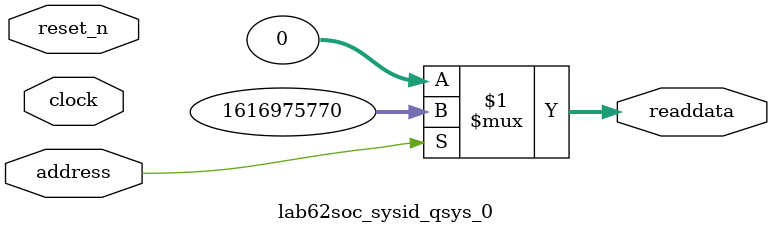
<source format=v>



// synthesis translate_off
`timescale 1ns / 1ps
// synthesis translate_on

// turn off superfluous verilog processor warnings 
// altera message_level Level1 
// altera message_off 10034 10035 10036 10037 10230 10240 10030 

module lab62soc_sysid_qsys_0 (
               // inputs:
                address,
                clock,
                reset_n,

               // outputs:
                readdata
             )
;

  output  [ 31: 0] readdata;
  input            address;
  input            clock;
  input            reset_n;

  wire    [ 31: 0] readdata;
  //control_slave, which is an e_avalon_slave
  assign readdata = address ? 1616975770 : 0;

endmodule



</source>
